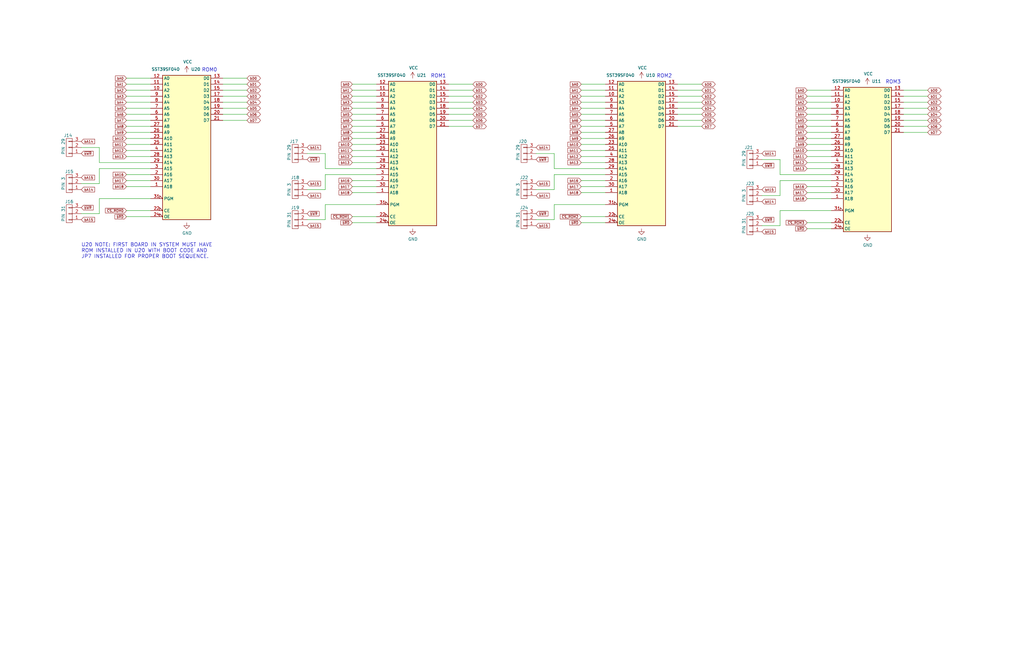
<source format=kicad_sch>
(kicad_sch (version 20211123) (generator eeschema)
  (paper "B")
  (lib_symbols
    (symbol "Memory_Flash:SST39SF040"
      (property "Reference" "U" (at 2.54 33.02 0))
      (property "Value" "SST39SF040" (at 0 -30.48 0))
      (symbol "SST39SF040_0_0"
        (pin power_in line (at 0 -30.48 90) (length 1.27) hide (name "GND") (number "16"))
        (pin power_in line (at 0 33.02 270) (length 1.27) hide (name "VCC") (number "32"))
      )
      (symbol "SST39SF040_0_1"
        (rectangle (start -10.16 31.75) (end 10.16 -29.21) (stroke (width 0.254)) (fill (type background)))
      )
      (symbol "SST39SF040_1_1"
        (pin input line (at -15.24 -15.24 0) (length 5.08) (name "A18") (number "1"))
        (pin input line (at -15.24 25.4 0) (length 5.08) (name "A2") (number "10"))
        (pin input line (at -15.24 27.94 0) (length 5.08) (name "A1") (number "11"))
        (pin input line (at -15.24 30.48 0) (length 5.08) (name "A0") (number "12"))
        (pin tri_state line (at 15.24 30.48 180) (length 5.08) (name "D0") (number "13"))
        (pin tri_state line (at 15.24 27.94 180) (length 5.08) (name "D1") (number "14"))
        (pin tri_state line (at 15.24 25.4 180) (length 5.08) (name "D2") (number "15"))
        (pin tri_state line (at 15.24 22.86 180) (length 5.08) (name "D3") (number "17"))
        (pin tri_state line (at 15.24 20.32 180) (length 5.08) (name "D4") (number "18"))
        (pin tri_state line (at 15.24 17.78 180) (length 5.08) (name "D5") (number "19"))
        (pin input line (at -15.24 -10.16 0) (length 5.08) (name "A16") (number "2"))
        (pin tri_state line (at 15.24 15.24 180) (length 5.08) (name "D6") (number "20"))
        (pin tri_state line (at 15.24 12.7 180) (length 5.08) (name "D7") (number "21"))
        (pin input input_low (at -15.24 -25.4 0) (length 5.08) (name "CE") (number "22"))
        (pin input line (at -15.24 5.08 0) (length 5.08) (name "A10") (number "23"))
        (pin input input_low (at -15.24 -27.94 0) (length 5.08) (name "OE") (number "24"))
        (pin input line (at -15.24 2.54 0) (length 5.08) (name "A11") (number "25"))
        (pin input line (at -15.24 7.62 0) (length 5.08) (name "A9") (number "26"))
        (pin input line (at -15.24 10.16 0) (length 5.08) (name "A8") (number "27"))
        (pin input line (at -15.24 -2.54 0) (length 5.08) (name "A13") (number "28"))
        (pin input line (at -15.24 -5.08 0) (length 5.08) (name "A14") (number "29"))
        (pin input line (at -15.24 -7.62 0) (length 5.08) (name "A15") (number "3"))
        (pin input line (at -15.24 -12.7 0) (length 5.08) (name "A17") (number "30"))
        (pin input input_low (at -15.24 -20.32 0) (length 5.08) (name "PGM") (number "31"))
        (pin input line (at -15.24 0 0) (length 5.08) (name "A12") (number "4"))
        (pin input line (at -15.24 12.7 0) (length 5.08) (name "A7") (number "5"))
        (pin input line (at -15.24 15.24 0) (length 5.08) (name "A6") (number "6"))
        (pin input line (at -15.24 17.78 0) (length 5.08) (name "A5") (number "7"))
        (pin input line (at -15.24 20.32 0) (length 5.08) (name "A4") (number "8"))
        (pin input line (at -15.24 22.86 0) (length 5.08) (name "A3") (number "9"))
      )
    )
    (symbol "memory.ROMRAM-rescue:CONN_01X03-conn" (pin_names (offset 1.016) hide)
      (property "Reference" "J" (at 0 5.08 0))
      (property "Value" "CONN_01X03-conn" (at 2.54 0 90))
      (symbol "CONN_01X03-conn_0_1"
        (rectangle (start -1.27 -2.413) (end 0.254 -2.667))
        (rectangle (start -1.27 0.127) (end 0.254 -0.127))
        (rectangle (start -1.27 2.667) (end 0.254 2.413))
        (rectangle (start -1.27 3.81) (end 1.27 -3.81))
      )
      (symbol "CONN_01X03-conn_1_1"
        (pin passive line (at -5.08 2.54 0) (length 3.81) (name "P1") (number "1"))
        (pin passive line (at -5.08 0 0) (length 3.81) (name "P2") (number "2"))
        (pin passive line (at -5.08 -2.54 0) (length 3.81) (name "P3") (number "3"))
      )
    )
    (symbol "power:GND" (power) (pin_names (offset 0))
      (property "Value" "GND" (at 0 -3.81 0))
      (symbol "GND_0_1"
        (polyline (pts (xy 0 0) (xy 0 -1.27) (xy 1.27 -1.27) (xy 0 -2.54) (xy -1.27 -1.27) (xy 0 -1.27)))
      )
      (symbol "GND_1_1"
        (pin power_in line (at 0 0 270) (length 0) hide (name "GND") (number "1"))
      )
    )
    (symbol "power:VCC" (power) (pin_names (offset 0))
      (property "Value" "VCC" (at 0 3.81 0))
      (symbol "VCC_0_1"
        (polyline (pts (xy -0.762 1.27) (xy 0 2.54)))
        (polyline (pts (xy 0 0) (xy 0 2.54)))
        (polyline (pts (xy 0 2.54) (xy 0.762 1.27)))
      )
      (symbol "VCC_1_1"
        (pin power_in line (at 0 0 90) (length 0) hide (name "VCC") (number "1"))
      )
    )
  )
  (wire (pts (xy 245.11 40.64) (xy 255.27 40.64)))
  (wire (pts (xy 41.91 83.82) (xy 63.5 83.82)))
  (wire (pts (xy 340.36 38.1) (xy 350.52 38.1)))
  (wire (pts (xy 381 50.8) (xy 391.16 50.8)))
  (wire (pts (xy 189.23 38.1) (xy 199.39 38.1)))
  (wire (pts (xy 41.91 68.58) (xy 41.91 62.23)))
  (wire (pts (xy 245.11 76.2) (xy 255.27 76.2)))
  (wire (pts (xy 137.16 71.12) (xy 137.16 64.77)))
  (wire (pts (xy 233.68 73.66) (xy 255.27 73.66)))
  (wire (pts (xy 93.98 50.8) (xy 104.14 50.8)))
  (wire (pts (xy 245.11 63.5) (xy 255.27 63.5)))
  (wire (pts (xy 189.23 45.72) (xy 199.39 45.72)))
  (wire (pts (xy 53.34 45.72) (xy 63.5 45.72)))
  (wire (pts (xy 233.68 80.01) (xy 226.06 80.01)))
  (wire (pts (xy 285.75 53.34) (xy 295.91 53.34)))
  (wire (pts (xy 285.75 48.26) (xy 295.91 48.26)))
  (wire (pts (xy 53.34 76.2) (xy 63.5 76.2)))
  (wire (pts (xy 233.68 80.01) (xy 233.68 73.66)))
  (wire (pts (xy 328.93 76.2) (xy 350.52 76.2)))
  (wire (pts (xy 93.98 43.18) (xy 104.14 43.18)))
  (wire (pts (xy 148.59 35.56) (xy 158.75 35.56)))
  (wire (pts (xy 148.59 78.74) (xy 158.75 78.74)))
  (wire (pts (xy 41.91 68.58) (xy 63.5 68.58)))
  (wire (pts (xy 381 38.1) (xy 391.16 38.1)))
  (wire (pts (xy 148.59 66.04) (xy 158.75 66.04)))
  (wire (pts (xy 340.36 83.82) (xy 350.52 83.82)))
  (wire (pts (xy 137.16 92.71) (xy 129.54 92.71)))
  (wire (pts (xy 233.68 86.36) (xy 233.68 92.71)))
  (wire (pts (xy 189.23 43.18) (xy 199.39 43.18)))
  (wire (pts (xy 381 53.34) (xy 391.16 53.34)))
  (wire (pts (xy 53.34 38.1) (xy 63.5 38.1)))
  (wire (pts (xy 148.59 93.98) (xy 158.75 93.98)))
  (wire (pts (xy 245.11 45.72) (xy 255.27 45.72)))
  (wire (pts (xy 53.34 88.9) (xy 63.5 88.9)))
  (wire (pts (xy 340.36 96.52) (xy 350.52 96.52)))
  (wire (pts (xy 41.91 77.47) (xy 34.29 77.47)))
  (wire (pts (xy 340.36 53.34) (xy 350.52 53.34)))
  (wire (pts (xy 350.52 78.74) (xy 340.36 78.74)))
  (wire (pts (xy 245.11 43.18) (xy 255.27 43.18)))
  (wire (pts (xy 285.75 35.56) (xy 295.91 35.56)))
  (wire (pts (xy 53.34 43.18) (xy 63.5 43.18)))
  (wire (pts (xy 381 40.64) (xy 391.16 40.64)))
  (wire (pts (xy 245.11 93.98) (xy 255.27 93.98)))
  (wire (pts (xy 137.16 80.01) (xy 137.16 73.66)))
  (wire (pts (xy 340.36 58.42) (xy 350.52 58.42)))
  (wire (pts (xy 148.59 53.34) (xy 158.75 53.34)))
  (wire (pts (xy 340.36 68.58) (xy 350.52 68.58)))
  (wire (pts (xy 245.11 55.88) (xy 255.27 55.88)))
  (wire (pts (xy 340.36 81.28) (xy 350.52 81.28)))
  (wire (pts (xy 328.93 73.66) (xy 328.93 67.31)))
  (wire (pts (xy 245.11 58.42) (xy 255.27 58.42)))
  (wire (pts (xy 245.11 81.28) (xy 255.27 81.28)))
  (wire (pts (xy 148.59 63.5) (xy 158.75 63.5)))
  (wire (pts (xy 148.59 81.28) (xy 158.75 81.28)))
  (wire (pts (xy 93.98 48.26) (xy 104.14 48.26)))
  (wire (pts (xy 245.11 38.1) (xy 255.27 38.1)))
  (wire (pts (xy 53.34 63.5) (xy 63.5 63.5)))
  (wire (pts (xy 53.34 91.44) (xy 63.5 91.44)))
  (wire (pts (xy 53.34 78.74) (xy 63.5 78.74)))
  (wire (pts (xy 41.91 71.12) (xy 63.5 71.12)))
  (wire (pts (xy 340.36 48.26) (xy 350.52 48.26)))
  (wire (pts (xy 41.91 90.17) (xy 34.29 90.17)))
  (wire (pts (xy 137.16 71.12) (xy 158.75 71.12)))
  (wire (pts (xy 340.36 66.04) (xy 350.52 66.04)))
  (wire (pts (xy 340.36 55.88) (xy 350.52 55.88)))
  (wire (pts (xy 93.98 45.72) (xy 104.14 45.72)))
  (wire (pts (xy 328.93 73.66) (xy 350.52 73.66)))
  (wire (pts (xy 53.34 40.64) (xy 63.5 40.64)))
  (wire (pts (xy 148.59 68.58) (xy 158.75 68.58)))
  (wire (pts (xy 245.11 50.8) (xy 255.27 50.8)))
  (wire (pts (xy 285.75 40.64) (xy 295.91 40.64)))
  (wire (pts (xy 328.93 82.55) (xy 321.31 82.55)))
  (wire (pts (xy 189.23 50.8) (xy 199.39 50.8)))
  (wire (pts (xy 53.34 48.26) (xy 63.5 48.26)))
  (wire (pts (xy 158.75 76.2) (xy 148.59 76.2)))
  (wire (pts (xy 148.59 55.88) (xy 158.75 55.88)))
  (wire (pts (xy 93.98 38.1) (xy 104.14 38.1)))
  (wire (pts (xy 41.91 83.82) (xy 41.91 90.17)))
  (wire (pts (xy 41.91 62.23) (xy 34.29 62.23)))
  (wire (pts (xy 245.11 68.58) (xy 255.27 68.58)))
  (wire (pts (xy 245.11 53.34) (xy 255.27 53.34)))
  (wire (pts (xy 328.93 67.31) (xy 321.31 67.31)))
  (wire (pts (xy 245.11 66.04) (xy 255.27 66.04)))
  (wire (pts (xy 340.36 43.18) (xy 350.52 43.18)))
  (wire (pts (xy 137.16 86.36) (xy 137.16 92.71)))
  (wire (pts (xy 93.98 40.64) (xy 104.14 40.64)))
  (wire (pts (xy 233.68 64.77) (xy 226.06 64.77)))
  (wire (pts (xy 245.11 48.26) (xy 255.27 48.26)))
  (wire (pts (xy 340.36 50.8) (xy 350.52 50.8)))
  (wire (pts (xy 137.16 73.66) (xy 158.75 73.66)))
  (wire (pts (xy 328.93 88.9) (xy 328.93 95.25)))
  (wire (pts (xy 53.34 53.34) (xy 63.5 53.34)))
  (wire (pts (xy 381 45.72) (xy 391.16 45.72)))
  (wire (pts (xy 148.59 50.8) (xy 158.75 50.8)))
  (wire (pts (xy 148.59 40.64) (xy 158.75 40.64)))
  (wire (pts (xy 137.16 64.77) (xy 129.54 64.77)))
  (wire (pts (xy 137.16 86.36) (xy 158.75 86.36)))
  (wire (pts (xy 189.23 40.64) (xy 199.39 40.64)))
  (wire (pts (xy 148.59 48.26) (xy 158.75 48.26)))
  (wire (pts (xy 381 48.26) (xy 391.16 48.26)))
  (wire (pts (xy 53.34 73.66) (xy 63.5 73.66)))
  (wire (pts (xy 93.98 33.02) (xy 104.14 33.02)))
  (wire (pts (xy 340.36 45.72) (xy 350.52 45.72)))
  (wire (pts (xy 53.34 58.42) (xy 63.5 58.42)))
  (wire (pts (xy 93.98 35.56) (xy 104.14 35.56)))
  (wire (pts (xy 328.93 88.9) (xy 350.52 88.9)))
  (wire (pts (xy 189.23 35.56) (xy 199.39 35.56)))
  (wire (pts (xy 245.11 91.44) (xy 255.27 91.44)))
  (wire (pts (xy 53.34 33.02) (xy 63.5 33.02)))
  (wire (pts (xy 53.34 60.96) (xy 63.5 60.96)))
  (wire (pts (xy 233.68 92.71) (xy 226.06 92.71)))
  (wire (pts (xy 233.68 86.36) (xy 255.27 86.36)))
  (wire (pts (xy 340.36 93.98) (xy 350.52 93.98)))
  (wire (pts (xy 148.59 91.44) (xy 158.75 91.44)))
  (wire (pts (xy 381 43.18) (xy 391.16 43.18)))
  (wire (pts (xy 41.91 77.47) (xy 41.91 71.12)))
  (wire (pts (xy 328.93 95.25) (xy 321.31 95.25)))
  (wire (pts (xy 285.75 45.72) (xy 295.91 45.72)))
  (wire (pts (xy 189.23 48.26) (xy 199.39 48.26)))
  (wire (pts (xy 53.34 55.88) (xy 63.5 55.88)))
  (wire (pts (xy 285.75 50.8) (xy 295.91 50.8)))
  (wire (pts (xy 340.36 71.12) (xy 350.52 71.12)))
  (wire (pts (xy 285.75 38.1) (xy 295.91 38.1)))
  (wire (pts (xy 245.11 78.74) (xy 255.27 78.74)))
  (wire (pts (xy 148.59 60.96) (xy 158.75 60.96)))
  (wire (pts (xy 233.68 71.12) (xy 233.68 64.77)))
  (wire (pts (xy 245.11 60.96) (xy 255.27 60.96)))
  (wire (pts (xy 148.59 43.18) (xy 158.75 43.18)))
  (wire (pts (xy 137.16 80.01) (xy 129.54 80.01)))
  (wire (pts (xy 189.23 53.34) (xy 199.39 53.34)))
  (wire (pts (xy 340.36 63.5) (xy 350.52 63.5)))
  (wire (pts (xy 381 55.88) (xy 391.16 55.88)))
  (wire (pts (xy 285.75 43.18) (xy 295.91 43.18)))
  (wire (pts (xy 328.93 82.55) (xy 328.93 76.2)))
  (wire (pts (xy 148.59 58.42) (xy 158.75 58.42)))
  (wire (pts (xy 340.36 40.64) (xy 350.52 40.64)))
  (wire (pts (xy 233.68 71.12) (xy 255.27 71.12)))
  (wire (pts (xy 245.11 35.56) (xy 255.27 35.56)))
  (wire (pts (xy 53.34 50.8) (xy 63.5 50.8)))
  (wire (pts (xy 53.34 35.56) (xy 63.5 35.56)))
  (wire (pts (xy 53.34 66.04) (xy 63.5 66.04)))
  (wire (pts (xy 148.59 38.1) (xy 158.75 38.1)))
  (wire (pts (xy 340.36 60.96) (xy 350.52 60.96)))
  (wire (pts (xy 148.59 45.72) (xy 158.75 45.72)))
  (text "ROM3" (at 373.38 35.56 0) (effects (font (size 1.524 1.524)) (justify left bottom)))
  (text "ROM1" (at 181.61 33.02 0) (effects (font (size 1.524 1.524)) (justify left bottom)))
  (text "ROM0" (at 85.09 30.48 0) (effects (font (size 1.524 1.524)) (justify left bottom)))
  (text "ROM2" (at 276.86 33.02 0) (effects (font (size 1.524 1.524)) (justify left bottom)))
  (text "U20 NOTE: FIRST BOARD IN SYSTEM MUST HAVE\nROM INSTALLED IN U20 WITH BOOT CODE AND\nJP7 INSTALLED FOR PROPER BOOT SEQUENCE." (at 34.29 109.22 0) (effects (font (size 1.524 1.524)) (justify left bottom)))
  (global_label "bA9" (shape input) (at 245.11 58.42 180) (effects (font (size 1.016 1.016))) (property "Intersheet References" "${INTERSHEET_REFS}" (effects hide)))
  (global_label "bA16" (shape input) (at 245.11 76.2 180) (effects (font (size 1.016 1.016))) (property "Intersheet References" "${INTERSHEET_REFS}" (effects hide)))
  (global_label "bA15" (shape input) (at 34.29 74.93 0) (effects (font (size 1.016 1.016))) (property "Intersheet References" "${INTERSHEET_REFS}" (effects hide)))
  (global_label "bD2" (shape bidirectional) (at 104.14 38.1 0) (effects (font (size 1.016 1.016))) (property "Intersheet References" "${INTERSHEET_REFS}" (effects hide)))
  (global_label "bD1" (shape bidirectional) (at 295.91 38.1 0) (effects (font (size 1.016 1.016))) (property "Intersheet References" "${INTERSHEET_REFS}" (effects hide)))
  (global_label "bA7" (shape input) (at 340.36 55.88 180) (effects (font (size 1.016 1.016))) (property "Intersheet References" "${INTERSHEET_REFS}" (effects hide)))
  (global_label "bD2" (shape bidirectional) (at 295.91 40.64 0) (effects (font (size 1.016 1.016))) (property "Intersheet References" "${INTERSHEET_REFS}" (effects hide)))
  (global_label "bA3" (shape input) (at 340.36 45.72 180) (effects (font (size 1.016 1.016))) (property "Intersheet References" "${INTERSHEET_REFS}" (effects hide)))
  (global_label "bD5" (shape bidirectional) (at 199.39 48.26 0) (effects (font (size 1.016 1.016))) (property "Intersheet References" "${INTERSHEET_REFS}" (effects hide)))
  (global_label "~{CS_ROM1}" (shape input) (at 148.59 91.44 180) (effects (font (size 1.016 1.016))) (property "Intersheet References" "${INTERSHEET_REFS}" (effects hide)))
  (global_label "bA14" (shape input) (at 226.06 62.23 0) (effects (font (size 1.016 1.016))) (property "Intersheet References" "${INTERSHEET_REFS}" (effects hide)))
  (global_label "bA11" (shape input) (at 148.59 63.5 180) (effects (font (size 1.016 1.016))) (property "Intersheet References" "${INTERSHEET_REFS}" (effects hide)))
  (global_label "bA2" (shape input) (at 245.11 40.64 180) (effects (font (size 1.016 1.016))) (property "Intersheet References" "${INTERSHEET_REFS}" (effects hide)))
  (global_label "bA16" (shape input) (at 148.59 76.2 180) (effects (font (size 1.016 1.016))) (property "Intersheet References" "${INTERSHEET_REFS}" (effects hide)))
  (global_label "bA17" (shape input) (at 245.11 78.74 180) (effects (font (size 1.016 1.016))) (property "Intersheet References" "${INTERSHEET_REFS}" (effects hide)))
  (global_label "~{bRD}" (shape input) (at 245.11 93.98 180) (effects (font (size 1.016 1.016))) (property "Intersheet References" "${INTERSHEET_REFS}" (effects hide)))
  (global_label "bA7" (shape input) (at 148.59 53.34 180) (effects (font (size 1.016 1.016))) (property "Intersheet References" "${INTERSHEET_REFS}" (effects hide)))
  (global_label "bA14" (shape input) (at 129.54 62.23 0) (effects (font (size 1.016 1.016))) (property "Intersheet References" "${INTERSHEET_REFS}" (effects hide)))
  (global_label "bD4" (shape bidirectional) (at 295.91 45.72 0) (effects (font (size 1.016 1.016))) (property "Intersheet References" "${INTERSHEET_REFS}" (effects hide)))
  (global_label "bA14" (shape input) (at 226.06 82.55 0) (effects (font (size 1.016 1.016))) (property "Intersheet References" "${INTERSHEET_REFS}" (effects hide)))
  (global_label "bA11" (shape input) (at 340.36 66.04 180) (effects (font (size 1.016 1.016))) (property "Intersheet References" "${INTERSHEET_REFS}" (effects hide)))
  (global_label "bA16" (shape input) (at 340.36 78.74 180) (effects (font (size 1.016 1.016))) (property "Intersheet References" "${INTERSHEET_REFS}" (effects hide)))
  (global_label "bD1" (shape bidirectional) (at 104.14 35.56 0) (effects (font (size 1.016 1.016))) (property "Intersheet References" "${INTERSHEET_REFS}" (effects hide)))
  (global_label "bA3" (shape input) (at 148.59 43.18 180) (effects (font (size 1.016 1.016))) (property "Intersheet References" "${INTERSHEET_REFS}" (effects hide)))
  (global_label "bD6" (shape bidirectional) (at 391.16 53.34 0) (effects (font (size 1.016 1.016))) (property "Intersheet References" "${INTERSHEET_REFS}" (effects hide)))
  (global_label "bA13" (shape input) (at 53.34 66.04 180) (effects (font (size 1.016 1.016))) (property "Intersheet References" "${INTERSHEET_REFS}" (effects hide)))
  (global_label "bA6" (shape input) (at 53.34 48.26 180) (effects (font (size 1.016 1.016))) (property "Intersheet References" "${INTERSHEET_REFS}" (effects hide)))
  (global_label "bD2" (shape bidirectional) (at 199.39 40.64 0) (effects (font (size 1.016 1.016))) (property "Intersheet References" "${INTERSHEET_REFS}" (effects hide)))
  (global_label "bD7" (shape bidirectional) (at 104.14 50.8 0) (effects (font (size 1.016 1.016))) (property "Intersheet References" "${INTERSHEET_REFS}" (effects hide)))
  (global_label "bD5" (shape bidirectional) (at 104.14 45.72 0) (effects (font (size 1.016 1.016))) (property "Intersheet References" "${INTERSHEET_REFS}" (effects hide)))
  (global_label "bA10" (shape input) (at 245.11 60.96 180) (effects (font (size 1.016 1.016))) (property "Intersheet References" "${INTERSHEET_REFS}" (effects hide)))
  (global_label "bA5" (shape input) (at 148.59 48.26 180) (effects (font (size 1.016 1.016))) (property "Intersheet References" "${INTERSHEET_REFS}" (effects hide)))
  (global_label "bA16" (shape input) (at 53.34 73.66 180) (effects (font (size 1.016 1.016))) (property "Intersheet References" "${INTERSHEET_REFS}" (effects hide)))
  (global_label "bA10" (shape input) (at 148.59 60.96 180) (effects (font (size 1.016 1.016))) (property "Intersheet References" "${INTERSHEET_REFS}" (effects hide)))
  (global_label "bA14" (shape input) (at 34.29 59.69 0) (effects (font (size 1.016 1.016))) (property "Intersheet References" "${INTERSHEET_REFS}" (effects hide)))
  (global_label "bA17" (shape input) (at 340.36 81.28 180) (effects (font (size 1.016 1.016))) (property "Intersheet References" "${INTERSHEET_REFS}" (effects hide)))
  (global_label "bA18" (shape input) (at 340.36 83.82 180) (effects (font (size 1.016 1.016))) (property "Intersheet References" "${INTERSHEET_REFS}" (effects hide)))
  (global_label "bA9" (shape input) (at 340.36 60.96 180) (effects (font (size 1.016 1.016))) (property "Intersheet References" "${INTERSHEET_REFS}" (effects hide)))
  (global_label "bA5" (shape input) (at 53.34 45.72 180) (effects (font (size 1.016 1.016))) (property "Intersheet References" "${INTERSHEET_REFS}" (effects hide)))
  (global_label "bA14" (shape input) (at 129.54 82.55 0) (effects (font (size 1.016 1.016))) (property "Intersheet References" "${INTERSHEET_REFS}" (effects hide)))
  (global_label "bA18" (shape input) (at 53.34 78.74 180) (effects (font (size 1.016 1.016))) (property "Intersheet References" "${INTERSHEET_REFS}" (effects hide)))
  (global_label "bA0" (shape input) (at 340.36 38.1 180) (effects (font (size 1.016 1.016))) (property "Intersheet References" "${INTERSHEET_REFS}" (effects hide)))
  (global_label "bA3" (shape input) (at 245.11 43.18 180) (effects (font (size 1.016 1.016))) (property "Intersheet References" "${INTERSHEET_REFS}" (effects hide)))
  (global_label "bD4" (shape bidirectional) (at 391.16 48.26 0) (effects (font (size 1.016 1.016))) (property "Intersheet References" "${INTERSHEET_REFS}" (effects hide)))
  (global_label "bD3" (shape bidirectional) (at 104.14 40.64 0) (effects (font (size 1.016 1.016))) (property "Intersheet References" "${INTERSHEET_REFS}" (effects hide)))
  (global_label "bA17" (shape input) (at 53.34 76.2 180) (effects (font (size 1.016 1.016))) (property "Intersheet References" "${INTERSHEET_REFS}" (effects hide)))
  (global_label "bA10" (shape input) (at 53.34 58.42 180) (effects (font (size 1.016 1.016))) (property "Intersheet References" "${INTERSHEET_REFS}" (effects hide)))
  (global_label "bA14" (shape input) (at 34.29 80.01 0) (effects (font (size 1.016 1.016))) (property "Intersheet References" "${INTERSHEET_REFS}" (effects hide)))
  (global_label "bA15" (shape input) (at 226.06 95.25 0) (effects (font (size 1.016 1.016))) (property "Intersheet References" "${INTERSHEET_REFS}" (effects hide)))
  (global_label "bD5" (shape bidirectional) (at 295.91 48.26 0) (effects (font (size 1.016 1.016))) (property "Intersheet References" "${INTERSHEET_REFS}" (effects hide)))
  (global_label "bA4" (shape input) (at 340.36 48.26 180) (effects (font (size 1.016 1.016))) (property "Intersheet References" "${INTERSHEET_REFS}" (effects hide)))
  (global_label "bA8" (shape input) (at 53.34 53.34 180) (effects (font (size 1.016 1.016))) (property "Intersheet References" "${INTERSHEET_REFS}" (effects hide)))
  (global_label "~{bWR}" (shape input) (at 34.29 64.77 0) (effects (font (size 1.016 1.016))) (property "Intersheet References" "${INTERSHEET_REFS}" (effects hide)))
  (global_label "~{bRD}" (shape input) (at 53.34 91.44 180) (effects (font (size 1.016 1.016))) (property "Intersheet References" "${INTERSHEET_REFS}" (effects hide)))
  (global_label "bA17" (shape input) (at 148.59 78.74 180) (effects (font (size 1.016 1.016))) (property "Intersheet References" "${INTERSHEET_REFS}" (effects hide)))
  (global_label "bA13" (shape input) (at 340.36 71.12 180) (effects (font (size 1.016 1.016))) (property "Intersheet References" "${INTERSHEET_REFS}" (effects hide)))
  (global_label "bD2" (shape bidirectional) (at 391.16 43.18 0) (effects (font (size 1.016 1.016))) (property "Intersheet References" "${INTERSHEET_REFS}" (effects hide)))
  (global_label "bD6" (shape bidirectional) (at 199.39 50.8 0) (effects (font (size 1.016 1.016))) (property "Intersheet References" "${INTERSHEET_REFS}" (effects hide)))
  (global_label "bA2" (shape input) (at 340.36 43.18 180) (effects (font (size 1.016 1.016))) (property "Intersheet References" "${INTERSHEET_REFS}" (effects hide)))
  (global_label "bA11" (shape input) (at 53.34 60.96 180) (effects (font (size 1.016 1.016))) (property "Intersheet References" "${INTERSHEET_REFS}" (effects hide)))
  (global_label "bA15" (shape input) (at 129.54 77.47 0) (effects (font (size 1.016 1.016))) (property "Intersheet References" "${INTERSHEET_REFS}" (effects hide)))
  (global_label "bA1" (shape input) (at 245.11 38.1 180) (effects (font (size 1.016 1.016))) (property "Intersheet References" "${INTERSHEET_REFS}" (effects hide)))
  (global_label "~{bWR}" (shape input) (at 129.54 67.31 0) (effects (font (size 1.016 1.016))) (property "Intersheet References" "${INTERSHEET_REFS}" (effects hide)))
  (global_label "bA1" (shape input) (at 148.59 38.1 180) (effects (font (size 1.016 1.016))) (property "Intersheet References" "${INTERSHEET_REFS}" (effects hide)))
  (global_label "bA18" (shape input) (at 148.59 81.28 180) (effects (font (size 1.016 1.016))) (property "Intersheet References" "${INTERSHEET_REFS}" (effects hide)))
  (global_label "bD3" (shape bidirectional) (at 391.16 45.72 0) (effects (font (size 1.016 1.016))) (property "Intersheet References" "${INTERSHEET_REFS}" (effects hide)))
  (global_label "bD6" (shape bidirectional) (at 104.14 48.26 0) (effects (font (size 1.016 1.016))) (property "Intersheet References" "${INTERSHEET_REFS}" (effects hide)))
  (global_label "bA0" (shape input) (at 245.11 35.56 180) (effects (font (size 1.016 1.016))) (property "Intersheet References" "${INTERSHEET_REFS}" (effects hide)))
  (global_label "~{CS_ROM0}" (shape input) (at 53.34 88.9 180) (effects (font (size 1.016 1.016))) (property "Intersheet References" "${INTERSHEET_REFS}" (effects hide)))
  (global_label "~{CS_ROM2}" (shape input) (at 245.11 91.44 180) (effects (font (size 1.016 1.016))) (property "Intersheet References" "${INTERSHEET_REFS}" (effects hide)))
  (global_label "bA12" (shape input) (at 148.59 66.04 180) (effects (font (size 1.016 1.016))) (property "Intersheet References" "${INTERSHEET_REFS}" (effects hide)))
  (global_label "bA1" (shape input) (at 340.36 40.64 180) (effects (font (size 1.016 1.016))) (property "Intersheet References" "${INTERSHEET_REFS}" (effects hide)))
  (global_label "bA7" (shape input) (at 245.11 53.34 180) (effects (font (size 1.016 1.016))) (property "Intersheet References" "${INTERSHEET_REFS}" (effects hide)))
  (global_label "bD4" (shape bidirectional) (at 199.39 45.72 0) (effects (font (size 1.016 1.016))) (property "Intersheet References" "${INTERSHEET_REFS}" (effects hide)))
  (global_label "bD7" (shape bidirectional) (at 391.16 55.88 0) (effects (font (size 1.016 1.016))) (property "Intersheet References" "${INTERSHEET_REFS}" (effects hide)))
  (global_label "bA18" (shape input) (at 245.11 81.28 180) (effects (font (size 1.016 1.016))) (property "Intersheet References" "${INTERSHEET_REFS}" (effects hide)))
  (global_label "bA6" (shape input) (at 148.59 50.8 180) (effects (font (size 1.016 1.016))) (property "Intersheet References" "${INTERSHEET_REFS}" (effects hide)))
  (global_label "bA10" (shape input) (at 340.36 63.5 180) (effects (font (size 1.016 1.016))) (property "Intersheet References" "${INTERSHEET_REFS}" (effects hide)))
  (global_label "~{bWR}" (shape input) (at 34.29 87.63 0) (effects (font (size 1.016 1.016))) (property "Intersheet References" "${INTERSHEET_REFS}" (effects hide)))
  (global_label "bA2" (shape input) (at 148.59 40.64 180) (effects (font (size 1.016 1.016))) (property "Intersheet References" "${INTERSHEET_REFS}" (effects hide)))
  (global_label "bD7" (shape bidirectional) (at 295.91 53.34 0) (effects (font (size 1.016 1.016))) (property "Intersheet References" "${INTERSHEET_REFS}" (effects hide)))
  (global_label "bD0" (shape bidirectional) (at 295.91 35.56 0) (effects (font (size 1.016 1.016))) (property "Intersheet References" "${INTERSHEET_REFS}" (effects hide)))
  (global_label "bD3" (shape bidirectional) (at 295.91 43.18 0) (effects (font (size 1.016 1.016))) (property "Intersheet References" "${INTERSHEET_REFS}" (effects hide)))
  (global_label "bD5" (shape bidirectional) (at 391.16 50.8 0) (effects (font (size 1.016 1.016))) (property "Intersheet References" "${INTERSHEET_REFS}" (effects hide)))
  (global_label "bA14" (shape input) (at 321.31 85.09 0) (effects (font (size 1.016 1.016))) (property "Intersheet References" "${INTERSHEET_REFS}" (effects hide)))
  (global_label "bA6" (shape input) (at 340.36 53.34 180) (effects (font (size 1.016 1.016))) (property "Intersheet References" "${INTERSHEET_REFS}" (effects hide)))
  (global_label "bA4" (shape input) (at 245.11 45.72 180) (effects (font (size 1.016 1.016))) (property "Intersheet References" "${INTERSHEET_REFS}" (effects hide)))
  (global_label "bA15" (shape input) (at 321.31 97.79 0) (effects (font (size 1.016 1.016))) (property "Intersheet References" "${INTERSHEET_REFS}" (effects hide)))
  (global_label "bA15" (shape input) (at 226.06 77.47 0) (effects (font (size 1.016 1.016))) (property "Intersheet References" "${INTERSHEET_REFS}" (effects hide)))
  (global_label "bA4" (shape input) (at 148.59 45.72 180) (effects (font (size 1.016 1.016))) (property "Intersheet References" "${INTERSHEET_REFS}" (effects hide)))
  (global_label "~{bWR}" (shape input) (at 226.06 90.17 0) (effects (font (size 1.016 1.016))) (property "Intersheet References" "${INTERSHEET_REFS}" (effects hide)))
  (global_label "bD1" (shape bidirectional) (at 199.39 38.1 0) (effects (font (size 1.016 1.016))) (property "Intersheet References" "${INTERSHEET_REFS}" (effects hide)))
  (global_label "bD1" (shape bidirectional) (at 391.16 40.64 0) (effects (font (size 1.016 1.016))) (property "Intersheet References" "${INTERSHEET_REFS}" (effects hide)))
  (global_label "bA15" (shape input) (at 129.54 95.25 0) (effects (font (size 1.016 1.016))) (property "Intersheet References" "${INTERSHEET_REFS}" (effects hide)))
  (global_label "bA2" (shape input) (at 53.34 38.1 180) (effects (font (size 1.016 1.016))) (property "Intersheet References" "${INTERSHEET_REFS}" (effects hide)))
  (global_label "bA0" (shape input) (at 148.59 35.56 180) (effects (font (size 1.016 1.016))) (property "Intersheet References" "${INTERSHEET_REFS}" (effects hide)))
  (global_label "bA15" (shape input) (at 34.29 92.71 0) (effects (font (size 1.016 1.016))) (property "Intersheet References" "${INTERSHEET_REFS}" (effects hide)))
  (global_label "bA12" (shape input) (at 53.34 63.5 180) (effects (font (size 1.016 1.016))) (property "Intersheet References" "${INTERSHEET_REFS}" (effects hide)))
  (global_label "bA5" (shape input) (at 245.11 48.26 180) (effects (font (size 1.016 1.016))) (property "Intersheet References" "${INTERSHEET_REFS}" (effects hide)))
  (global_label "bA3" (shape input) (at 53.34 40.64 180) (effects (font (size 1.016 1.016))) (property "Intersheet References" "${INTERSHEET_REFS}" (effects hide)))
  (global_label "bD4" (shape bidirectional) (at 104.14 43.18 0) (effects (font (size 1.016 1.016))) (property "Intersheet References" "${INTERSHEET_REFS}" (effects hide)))
  (global_label "bA11" (shape input) (at 245.11 63.5 180) (effects (font (size 1.016 1.016))) (property "Intersheet References" "${INTERSHEET_REFS}" (effects hide)))
  (global_label "bA13" (shape input) (at 245.11 68.58 180) (effects (font (size 1.016 1.016))) (property "Intersheet References" "${INTERSHEET_REFS}" (effects hide)))
  (global_label "~{CS_ROM3}" (shape input) (at 340.36 93.98 180) (effects (font (size 1.016 1.016))) (property "Intersheet References" "${INTERSHEET_REFS}" (effects hide)))
  (global_label "bA0" (shape input) (at 53.34 33.02 180) (effects (font (size 1.016 1.016))) (property "Intersheet References" "${INTERSHEET_REFS}" (effects hide)))
  (global_label "~{bWR}" (shape input) (at 226.06 67.31 0) (effects (font (size 1.016 1.016))) (property "Intersheet References" "${INTERSHEET_REFS}" (effects hide)))
  (global_label "bA14" (shape input) (at 321.31 64.77 0) (effects (font (size 1.016 1.016))) (property "Intersheet References" "${INTERSHEET_REFS}" (effects hide)))
  (global_label "bD0" (shape bidirectional) (at 391.16 38.1 0) (effects (font (size 1.016 1.016))) (property "Intersheet References" "${INTERSHEET_REFS}" (effects hide)))
  (global_label "~{bWR}" (shape input) (at 321.31 69.85 0) (effects (font (size 1.016 1.016))) (property "Intersheet References" "${INTERSHEET_REFS}" (effects hide)))
  (global_label "bA4" (shape input) (at 53.34 43.18 180) (effects (font (size 1.016 1.016))) (property "Intersheet References" "${INTERSHEET_REFS}" (effects hide)))
  (global_label "bA12" (shape input) (at 245.11 66.04 180) (effects (font (size 1.016 1.016))) (property "Intersheet References" "${INTERSHEET_REFS}" (effects hide)))
  (global_label "bA13" (shape input) (at 148.59 68.58 180) (effects (font (size 1.016 1.016))) (property "Intersheet References" "${INTERSHEET_REFS}" (effects hide)))
  (global_label "bA8" (shape input) (at 148.59 55.88 180) (effects (font (size 1.016 1.016))) (property "Intersheet References" "${INTERSHEET_REFS}" (effects hide)))
  (global_label "bD0" (shape bidirectional) (at 199.39 35.56 0) (effects (font (size 1.016 1.016))) (property "Intersheet References" "${INTERSHEET_REFS}" (effects hide)))
  (global_label "bA7" (shape input) (at 53.34 50.8 180) (effects (font (size 1.016 1.016))) (property "Intersheet References" "${INTERSHEET_REFS}" (effects hide)))
  (global_label "bA12" (shape input) (at 340.36 68.58 180) (effects (font (size 1.016 1.016))) (property "Intersheet References" "${INTERSHEET_REFS}" (effects hide)))
  (global_label "~{bRD}" (shape input) (at 340.36 96.52 180) (effects (font (size 1.016 1.016))) (property "Intersheet References" "${INTERSHEET_REFS}" (effects hide)))
  (global_label "~{bWR}" (shape input) (at 321.31 92.71 0) (effects (font (size 1.016 1.016))) (property "Intersheet References" "${INTERSHEET_REFS}" (effects hide)))
  (global_label "bA9" (shape input) (at 148.59 58.42 180) (effects (font (size 1.016 1.016))) (property "Intersheet References" "${INTERSHEET_REFS}" (effects hide)))
  (global_label "~{bRD}" (shape input) (at 148.59 93.98 180) (effects (font (size 1.016 1.016))) (property "Intersheet References" "${INTERSHEET_REFS}" (effects hide)))
  (global_label "bA6" (shape input) (at 245.11 50.8 180) (effects (font (size 1.016 1.016))) (property "Intersheet References" "${INTERSHEET_REFS}" (effects hide)))
  (global_label "bA1" (shape input) (at 53.34 35.56 180) (effects (font (size 1.016 1.016))) (property "Intersheet References" "${INTERSHEET_REFS}" (effects hide)))
  (global_label "bD0" (shape bidirectional) (at 104.14 33.02 0) (effects (font (size 1.016 1.016))) (property "Intersheet References" "${INTERSHEET_REFS}" (effects hide)))
  (global_label "bA9" (shape input) (at 53.34 55.88 180) (effects (font (size 1.016 1.016))) (property "Intersheet References" "${INTERSHEET_REFS}" (effects hide)))
  (global_label "bA8" (shape input) (at 245.11 55.88 180) (effects (font (size 1.016 1.016))) (property "Intersheet References" "${INTERSHEET_REFS}" (effects hide)))
  (global_label "~{bWR}" (shape input) (at 129.54 90.17 0) (effects (font (size 1.016 1.016))) (property "Intersheet References" "${INTERSHEET_REFS}" (effects hide)))
  (global_label "bD3" (shape bidirectional) (at 199.39 43.18 0) (effects (font (size 1.016 1.016))) (property "Intersheet References" "${INTERSHEET_REFS}" (effects hide)))
  (global_label "bA15" (shape input) (at 321.31 80.01 0) (effects (font (size 1.016 1.016))) (property "Intersheet References" "${INTERSHEET_REFS}" (effects hide)))
  (global_label "bD7" (shape bidirectional) (at 199.39 53.34 0) (effects (font (size 1.016 1.016))) (property "Intersheet References" "${INTERSHEET_REFS}" (effects hide)))
  (global_label "bA5" (shape input) (at 340.36 50.8 180) (effects (font (size 1.016 1.016))) (property "Intersheet References" "${INTERSHEET_REFS}" (effects hide)))
  (global_label "bA8" (shape input) (at 340.36 58.42 180) (effects (font (size 1.016 1.016))) (property "Intersheet References" "${INTERSHEET_REFS}" (effects hide)))
  (global_label "bD6" (shape bidirectional) (at 295.91 50.8 0) (effects (font (size 1.016 1.016))) (property "Intersheet References" "${INTERSHEET_REFS}" (effects hide)))
  (symbol (lib_id "memory.ROMRAM-rescue:CONN_01X03-conn") (at 29.21 77.47 180) (unit 1)
    (property "Reference" "J15" (at 29.21 72.39 0))
    (property "Value" "PIN 3" (at 26.67 77.47 90))
    (property "Footprint" "Connector_PinHeader_2.54mm:PinHeader_1x03_P2.54mm_Vertical" (effects hide))
  )
  (symbol (lib_id "memory.ROMRAM-rescue:CONN_01X03-conn") (at 29.21 90.17 180) (unit 1)
    (property "Reference" "J16" (at 29.21 85.09 0))
    (property "Value" "PIN 31" (at 26.67 90.17 90))
    (property "Footprint" "Connector_PinHeader_2.54mm:PinHeader_1x03_P2.54mm_Vertical" (effects hide))
  )
  (symbol (lib_id "memory.ROMRAM-rescue:CONN_01X03-conn") (at 29.21 62.23 180) (unit 1)
    (property "Reference" "J14" (at 30.48 57.15 0) (effects (justify left)))
    (property "Value" "PIN 29" (at 26.67 58.42 90) (effects (justify left)))
    (property "Footprint" "Connector_PinHeader_2.54mm:PinHeader_1x03_P2.54mm_Vertical" (effects hide))
  )
  (symbol (lib_id "memory.ROMRAM-rescue:CONN_01X03-conn") (at 124.46 80.01 180) (unit 1)
    (property "Reference" "J18" (at 124.46 74.93 0))
    (property "Value" "PIN 3" (at 121.92 80.01 90))
    (property "Footprint" "Connector_PinHeader_2.54mm:PinHeader_1x03_P2.54mm_Vertical" (effects hide))
  )
  (symbol (lib_id "memory.ROMRAM-rescue:CONN_01X03-conn") (at 124.46 92.71 180) (unit 1)
    (property "Reference" "J19" (at 124.46 87.63 0))
    (property "Value" "PIN 31" (at 121.92 92.71 90))
    (property "Footprint" "Connector_PinHeader_2.54mm:PinHeader_1x03_P2.54mm_Vertical" (effects hide))
  )
  (symbol (lib_id "memory.ROMRAM-rescue:CONN_01X03-conn") (at 124.46 64.77 180) (unit 1)
    (property "Reference" "J17" (at 125.73 59.69 0) (effects (justify left)))
    (property "Value" "PIN 29" (at 121.92 60.96 90) (effects (justify left)))
    (property "Footprint" "Connector_PinHeader_2.54mm:PinHeader_1x03_P2.54mm_Vertical" (effects hide))
  )
  (symbol (lib_id "power:VCC") (at 365.76 35.56 0) (unit 1)
    (property "Reference" "#PWR0105" (effects hide))
    (property "Value" "VCC" (at 366.141 31.1658 0))
  )
  (symbol (lib_id "power:GND") (at 365.76 99.06 0) (unit 1)
    (property "Reference" "#PWR0106" (effects hide))
    (property "Value" "GND" (at 365.887 103.4542 0))
  )
  (symbol (lib_id "power:VCC") (at 270.51 33.02 0) (unit 1)
    (property "Reference" "#PWR0107" (effects hide))
    (property "Value" "VCC" (at 270.891 28.6258 0))
  )
  (symbol (lib_id "power:GND") (at 270.51 96.52 0) (unit 1)
    (property "Reference" "#PWR0108" (effects hide))
    (property "Value" "GND" (at 270.637 100.9142 0))
  )
  (symbol (lib_id "Memory_Flash:SST39SF040") (at 365.76 68.58 0) (unit 1)
    (property "Reference" "U11" (at 369.57 34.29 0))
    (property "Value" "SST39SF040" (at 356.87 34.29 0))
    (property "Footprint" "Package_DIP:DIP-32_W15.24mm" (effects hide))
    (property "Datasheet" "http://ww1.microchip.com/downloads/en/DeviceDoc/25022B.pdf" (effects hide))
  )
  (symbol (lib_id "Memory_Flash:SST39SF040") (at 270.51 66.04 0) (unit 1)
    (property "Reference" "U10" (at 274.32 31.75 0))
    (property "Value" "SST39SF040" (at 261.62 31.75 0))
    (property "Footprint" "Package_DIP:DIP-32_W15.24mm" (effects hide))
    (property "Datasheet" "http://ww1.microchip.com/downloads/en/DeviceDoc/25022B.pdf" (effects hide))
  )
  (symbol (lib_id "memory.ROMRAM-rescue:CONN_01X03-conn") (at 220.98 80.01 180) (unit 1)
    (property "Reference" "J22" (at 220.98 74.93 0))
    (property "Value" "PIN 3" (at 218.44 80.01 90))
    (property "Footprint" "Connector_PinHeader_2.54mm:PinHeader_1x03_P2.54mm_Vertical" (effects hide))
  )
  (symbol (lib_id "memory.ROMRAM-rescue:CONN_01X03-conn") (at 220.98 92.71 180) (unit 1)
    (property "Reference" "J24" (at 220.98 87.63 0))
    (property "Value" "PIN 31" (at 218.44 92.71 90))
    (property "Footprint" "Connector_PinHeader_2.54mm:PinHeader_1x03_P2.54mm_Vertical" (effects hide))
  )
  (symbol (lib_id "memory.ROMRAM-rescue:CONN_01X03-conn") (at 220.98 64.77 180) (unit 1)
    (property "Reference" "J20" (at 222.25 59.69 0) (effects (justify left)))
    (property "Value" "PIN 29" (at 218.44 60.96 90) (effects (justify left)))
    (property "Footprint" "Connector_PinHeader_2.54mm:PinHeader_1x03_P2.54mm_Vertical" (effects hide))
  )
  (symbol (lib_id "memory.ROMRAM-rescue:CONN_01X03-conn") (at 316.23 82.55 180) (unit 1)
    (property "Reference" "J23" (at 316.23 77.47 0))
    (property "Value" "PIN 3" (at 313.69 82.55 90))
    (property "Footprint" "Connector_PinHeader_2.54mm:PinHeader_1x03_P2.54mm_Vertical" (effects hide))
  )
  (symbol (lib_id "memory.ROMRAM-rescue:CONN_01X03-conn") (at 316.23 95.25 180) (unit 1)
    (property "Reference" "J25" (at 316.23 90.17 0))
    (property "Value" "PIN 31" (at 313.69 95.25 90))
    (property "Footprint" "Connector_PinHeader_2.54mm:PinHeader_1x03_P2.54mm_Vertical" (effects hide))
  )
  (symbol (lib_id "memory.ROMRAM-rescue:CONN_01X03-conn") (at 316.23 67.31 180) (unit 1)
    (property "Reference" "J21" (at 317.5 62.23 0) (effects (justify left)))
    (property "Value" "PIN 29" (at 313.69 63.5 90) (effects (justify left)))
    (property "Footprint" "Connector_PinHeader_2.54mm:PinHeader_1x03_P2.54mm_Vertical" (effects hide))
  )
  (symbol (lib_id "Memory_Flash:SST39SF040") (at 173.99 66.04 0) (unit 1)
    (property "Reference" "U21" (at 177.8 31.75 0))
    (property "Value" "SST39SF040" (at 165.1 31.75 0))
    (property "Footprint" "Package_DIP:DIP-32_W15.24mm" (effects hide))
    (property "Datasheet" "http://ww1.microchip.com/downloads/en/DeviceDoc/25022B.pdf" (effects hide))
  )
  (symbol (lib_id "Memory_Flash:SST39SF040") (at 78.74 63.5 0) (unit 1)
    (property "Reference" "U20" (at 82.55 29.21 0))
    (property "Value" "SST39SF040" (at 69.85 29.21 0))
    (property "Footprint" "Package_DIP:DIP-32_W15.24mm" (effects hide))
    (property "Datasheet" "http://ww1.microchip.com/downloads/en/DeviceDoc/25022B.pdf" (effects hide))
  )
  (symbol (lib_id "power:VCC") (at 173.99 33.02 0) (unit 1)
    (property "Reference" "#PWR028" (effects hide))
    (property "Value" "VCC" (at 174.371 28.6258 0))
  )
  (symbol (lib_id "power:GND") (at 173.99 96.52 0) (unit 1)
    (property "Reference" "#PWR031" (effects hide))
    (property "Value" "GND" (at 174.117 100.9142 0))
  )
  (symbol (lib_id "power:VCC") (at 78.74 30.48 0) (unit 1)
    (property "Reference" "#PWR027" (effects hide))
    (property "Value" "VCC" (at 79.121 26.0858 0))
  )
  (symbol (lib_id "power:GND") (at 78.74 93.98 0) (unit 1)
    (property "Reference" "#PWR030" (effects hide))
    (property "Value" "GND" (at 78.867 98.3742 0))
  )
)
</source>
